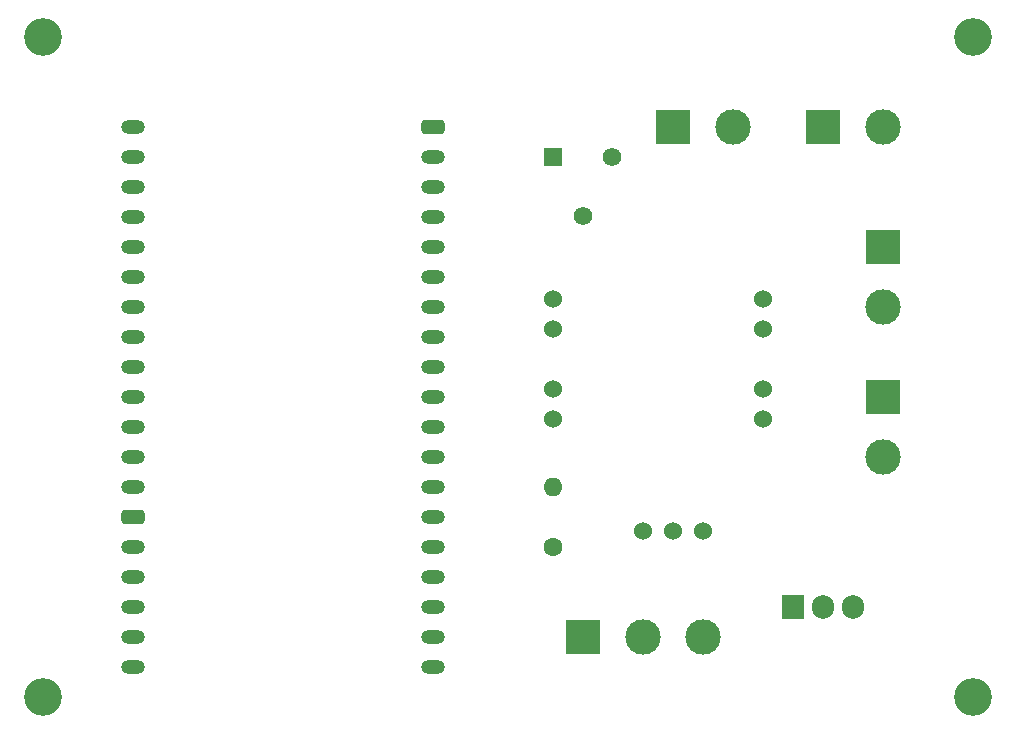
<source format=gbr>
%TF.GenerationSoftware,KiCad,Pcbnew,6.0.2+dfsg-1*%
%TF.CreationDate,2022-06-22T21:08:07-04:00*%
%TF.ProjectId,NodeMCU-32S,4e6f6465-4d43-4552-9d33-32532e6b6963,rev?*%
%TF.SameCoordinates,Original*%
%TF.FileFunction,Soldermask,Bot*%
%TF.FilePolarity,Negative*%
%FSLAX46Y46*%
G04 Gerber Fmt 4.6, Leading zero omitted, Abs format (unit mm)*
G04 Created by KiCad (PCBNEW 6.0.2+dfsg-1) date 2022-06-22 21:08:07*
%MOMM*%
%LPD*%
G01*
G04 APERTURE LIST*
G04 Aperture macros list*
%AMRoundRect*
0 Rectangle with rounded corners*
0 $1 Rounding radius*
0 $2 $3 $4 $5 $6 $7 $8 $9 X,Y pos of 4 corners*
0 Add a 4 corners polygon primitive as box body*
4,1,4,$2,$3,$4,$5,$6,$7,$8,$9,$2,$3,0*
0 Add four circle primitives for the rounded corners*
1,1,$1+$1,$2,$3*
1,1,$1+$1,$4,$5*
1,1,$1+$1,$6,$7*
1,1,$1+$1,$8,$9*
0 Add four rect primitives between the rounded corners*
20,1,$1+$1,$2,$3,$4,$5,0*
20,1,$1+$1,$4,$5,$6,$7,0*
20,1,$1+$1,$6,$7,$8,$9,0*
20,1,$1+$1,$8,$9,$2,$3,0*%
G04 Aperture macros list end*
%ADD10R,3.000000X3.000000*%
%ADD11C,3.000000*%
%ADD12R,1.905000X2.000000*%
%ADD13O,1.905000X2.000000*%
%ADD14C,1.524000*%
%ADD15C,3.200000*%
%ADD16R,1.560000X1.560000*%
%ADD17C,1.560000*%
%ADD18O,2.000000X1.200000*%
%ADD19RoundRect,0.300000X-0.700000X0.300000X-0.700000X-0.300000X0.700000X-0.300000X0.700000X0.300000X0*%
%ADD20C,1.600000*%
%ADD21O,1.600000X1.600000*%
G04 APERTURE END LIST*
D10*
%TO.C,J5*%
X109220000Y-104140000D03*
D11*
X114300000Y-104140000D03*
X119380000Y-104140000D03*
%TD*%
D12*
%TO.C,Q1*%
X127000000Y-101600000D03*
D13*
X129540000Y-101600000D03*
X132080000Y-101600000D03*
%TD*%
D14*
%TO.C,U2*%
X106680000Y-78085000D03*
X106680000Y-75545000D03*
X106680000Y-83165000D03*
X106680000Y-85705000D03*
X124460000Y-78085000D03*
X124460000Y-75545000D03*
X124460000Y-83165000D03*
X124460000Y-85705000D03*
%TD*%
D10*
%TO.C,J4*%
X134620000Y-83820000D03*
D11*
X134620000Y-88900000D03*
%TD*%
D10*
%TO.C,J2*%
X116840000Y-60960000D03*
D11*
X121920000Y-60960000D03*
%TD*%
D15*
%TO.C,H2*%
X63500000Y-53340000D03*
%TD*%
%TO.C,H1*%
X142240000Y-109220000D03*
%TD*%
D10*
%TO.C,J3*%
X134620000Y-71120000D03*
D11*
X134620000Y-76200000D03*
%TD*%
D16*
%TO.C,RV1*%
X106680000Y-63500000D03*
D17*
X109180000Y-68500000D03*
X111680000Y-63500000D03*
%TD*%
D18*
%TO.C,U1*%
X71123680Y-60962720D03*
X71123680Y-63502720D03*
X71123680Y-66042720D03*
X71123680Y-68582720D03*
X71123680Y-71122720D03*
X71123680Y-73662720D03*
X71123680Y-76202720D03*
X71123680Y-78742720D03*
X71123680Y-81282720D03*
X71123680Y-83822720D03*
X71123680Y-86362720D03*
X71123680Y-88902720D03*
X71123680Y-91442720D03*
D19*
X71123680Y-93982720D03*
D18*
X71123680Y-96522720D03*
X71123680Y-99062720D03*
X71123680Y-101602720D03*
X71123680Y-104142720D03*
X71123680Y-106682720D03*
X96520000Y-106680000D03*
X96520000Y-104140000D03*
X96523680Y-101602720D03*
X96523680Y-99062720D03*
X96523680Y-96522720D03*
X96523680Y-93982720D03*
X96523680Y-91442720D03*
X96523680Y-88902720D03*
X96523680Y-86362720D03*
X96523680Y-83822720D03*
X96523680Y-81282720D03*
X96523680Y-78742720D03*
X96523680Y-76202720D03*
X96523680Y-73662720D03*
X96523680Y-71122720D03*
X96523680Y-68582720D03*
X96523680Y-66042720D03*
X96523680Y-63502720D03*
D19*
X96523680Y-60962720D03*
%TD*%
D20*
%TO.C,R1*%
X106680000Y-96520000D03*
D21*
X106680000Y-91440000D03*
%TD*%
D14*
%TO.C,SW1*%
X119380000Y-95155000D03*
X116840000Y-95155000D03*
X114300000Y-95155000D03*
%TD*%
D10*
%TO.C,J1*%
X129540000Y-60960000D03*
D11*
X134620000Y-60960000D03*
%TD*%
D15*
%TO.C,H3*%
X63500000Y-109220000D03*
%TD*%
%TO.C,H4*%
X142240000Y-53340000D03*
%TD*%
M02*

</source>
